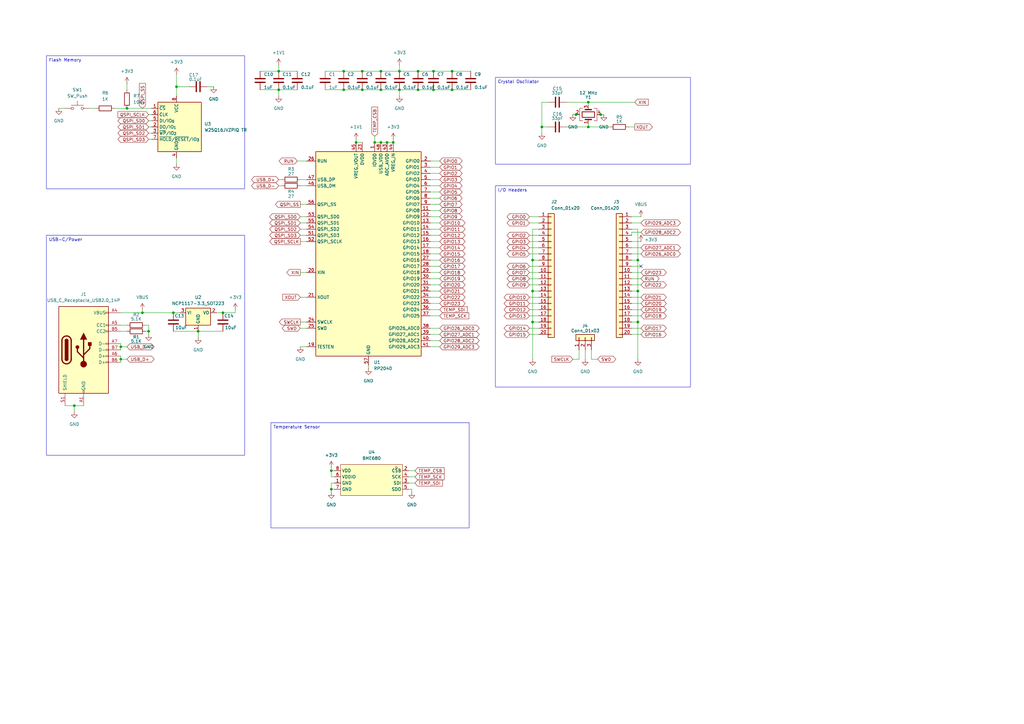
<source format=kicad_sch>
(kicad_sch (version 20250114) (generator "eeschema") (generator_version "9.0")
  (paper "A3")
  (text_box "Flash Memory" (at 19.05 22.86 0) (size 81.28 54.61) (margins 0.9525 0.9525 0.9525 0.9525) (effects (font (size 1.27 1.27)) (justify left top)))
  (text_box "Temperature Sensor\n" (at 111.125 173.355 0) (size 81.28 43.18) (margins 0.9525 0.9525 0.9525 0.9525) (effects (font (size 1.27 1.27)) (justify left top)))
  (text_box "I/O Headers" (at 203.2 76.2 0) (size 80.01 82.55) (margins 0.9525 0.9525 0.9525 0.9525) (effects (font (size 1.27 1.27)) (justify left top)))
  (text_box "Crystal Oscillator" (at 203.2 31.75 0) (size 80.01 35.56) (margins 0.9525 0.9525 0.9525 0.9525) (effects (font (size 1.27 1.27)) (justify left top)))
  (text_box "USB-C/Power\n" (at 19.05 96.52 0) (size 81.28 90.17) (margins 0.9525 0.9525 0.9525 0.9525) (effects (font (size 1.27 1.27)) (justify left top)))
  (junction (at 222.25 52.07))
  (junction (at 114.3 29.21))
  (junction (at 241.3 41.91))
  (junction (at 246.38 46.99))
  (junction (at 140.97 29.21))
  (junction (at 81.28 135.89))
  (junction (at 140.97 36.83))
  (junction (at 156.21 36.83))
  (junction (at 171.45 36.83))
  (junction (at 185.42 29.21))
  (junction (at 148.59 29.21))
  (junction (at 261.62 132.08))
  (junction (at 72.39 35.56))
  (junction (at 158.75 58.42))
  (junction (at 218.44 106.68))
  (junction (at 218.44 132.08))
  (junction (at 261.62 106.68))
  (junction (at 261.62 119.38))
  (junction (at 58.42 128.27))
  (junction (at 60.96 135.89))
  (junction (at 177.8 36.83))
  (junction (at 71.12 128.27))
  (junction (at 163.83 36.83))
  (junction (at 153.67 58.42))
  (junction (at 163.83 29.21))
  (junction (at 177.8 29.21))
  (junction (at 135.89 200.66))
  (junction (at 91.44 128.27))
  (junction (at 114.3 36.83))
  (junction (at 185.42 36.83))
  (junction (at 49.53 142.24))
  (junction (at 156.21 58.42))
  (junction (at 52.07 44.45))
  (junction (at 146.05 58.42))
  (junction (at 30.48 166.37))
  (junction (at 49.53 147.32))
  (junction (at 218.44 119.38))
  (junction (at 135.89 193.04))
  (junction (at 241.3 52.07))
  (junction (at 236.22 46.99))
  (junction (at 171.45 29.21))
  (junction (at 148.59 36.83))
  (junction (at 161.29 58.42))
  (junction (at 156.21 29.21))
  (no_connect (at 262.89 109.22))
  (wire (pts (xy 71.12 128.27) (xy 73.66 128.27)))
  (wire (pts (xy 59.69 133.35) (xy 60.96 133.35)))
  (wire (pts (xy 161.29 57.15) (xy 161.29 58.42)))
  (wire (pts (xy 259.08 132.08) (xy 261.62 132.08)))
  (wire (pts (xy 241.3 41.91) (xy 241.3 43.18)))
  (wire (pts (xy 218.44 119.38) (xy 220.98 119.38)))
  (wire (pts (xy 261.62 93.98) (xy 261.62 106.68)))
  (wire (pts (xy 262.89 116.84) (xy 259.08 116.84)))
  (wire (pts (xy 180.34 76.2) (xy 176.53 76.2)))
  (wire (pts (xy 259.08 88.9) (xy 262.89 88.9)))
  (wire (pts (xy 60.96 54.61) (xy 62.23 54.61)))
  (wire (pts (xy 123.19 132.08) (xy 125.73 132.08)))
  (wire (pts (xy 123.19 91.44) (xy 125.73 91.44)))
  (wire (pts (xy 123.19 96.52) (xy 125.73 96.52)))
  (wire (pts (xy 218.44 93.98) (xy 220.98 93.98)))
  (wire (pts (xy 240.03 143.51) (xy 240.03 147.32)))
  (wire (pts (xy 123.19 121.92) (xy 125.73 121.92)))
  (wire (pts (xy 123.19 93.98) (xy 125.73 93.98)))
  (wire (pts (xy 180.34 78.74) (xy 176.53 78.74)))
  (wire (pts (xy 217.17 129.54) (xy 220.98 129.54)))
  (wire (pts (xy 58.42 127) (xy 58.42 128.27)))
  (wire (pts (xy 49.53 142.24) (xy 49.53 143.51)))
  (wire (pts (xy 133.35 36.83) (xy 140.97 36.83)))
  (wire (pts (xy 163.83 36.83) (xy 163.83 39.37)))
  (wire (pts (xy 237.49 147.32) (xy 234.95 147.32)))
  (wire (pts (xy 246.38 46.99) (xy 247.65 46.99)))
  (wire (pts (xy 180.34 83.82) (xy 176.53 83.82)))
  (wire (pts (xy 140.97 29.21) (xy 148.59 29.21)))
  (wire (pts (xy 180.34 93.98) (xy 176.53 93.98)))
  (wire (pts (xy 146.05 58.42) (xy 148.59 58.42)))
  (wire (pts (xy 49.53 146.05) (xy 49.53 147.32)))
  (wire (pts (xy 257.81 52.07) (xy 260.35 52.07)))
  (wire (pts (xy 237.49 143.51) (xy 237.49 147.32)))
  (wire (pts (xy 262.89 137.16) (xy 259.08 137.16)))
  (wire (pts (xy 180.34 96.52) (xy 176.53 96.52)))
  (wire (pts (xy 49.53 140.97) (xy 49.53 142.24)))
  (wire (pts (xy 217.17 114.3) (xy 220.98 114.3)))
  (wire (pts (xy 123.19 134.62) (xy 125.73 134.62)))
  (wire (pts (xy 176.53 139.7) (xy 180.34 139.7)))
  (wire (pts (xy 218.44 132.08) (xy 218.44 147.32)))
  (wire (pts (xy 156.21 58.42) (xy 158.75 58.42)))
  (wire (pts (xy 81.28 135.89) (xy 81.28 138.43)))
  (wire (pts (xy 114.3 73.66) (xy 115.57 73.66)))
  (wire (pts (xy 176.53 119.38) (xy 180.34 119.38)))
  (wire (pts (xy 163.83 29.21) (xy 171.45 29.21)))
  (wire (pts (xy 180.34 71.12) (xy 176.53 71.12)))
  (wire (pts (xy 153.67 55.88) (xy 153.67 58.42)))
  (wire (pts (xy 262.89 127) (xy 259.08 127)))
  (wire (pts (xy 135.89 201.93) (xy 135.89 200.66)))
  (wire (pts (xy 176.53 134.62) (xy 180.34 134.62)))
  (wire (pts (xy 52.07 147.32) (xy 49.53 147.32)))
  (wire (pts (xy 176.53 106.68) (xy 180.34 106.68)))
  (wire (pts (xy 52.07 135.89) (xy 49.53 135.89)))
  (wire (pts (xy 176.53 121.92) (xy 180.34 121.92)))
  (wire (pts (xy 156.21 36.83) (xy 163.83 36.83)))
  (wire (pts (xy 232.41 41.91) (xy 241.3 41.91)))
  (wire (pts (xy 137.16 195.58) (xy 135.89 195.58)))
  (wire (pts (xy 168.91 200.66) (xy 167.64 200.66)))
  (wire (pts (xy 241.3 50.8) (xy 241.3 52.07)))
  (wire (pts (xy 106.68 36.83) (xy 114.3 36.83)))
  (wire (pts (xy 171.45 36.83) (xy 177.8 36.83)))
  (wire (pts (xy 222.25 52.07) (xy 224.79 52.07)))
  (wire (pts (xy 167.64 193.04) (xy 170.18 193.04)))
  (wire (pts (xy 72.39 35.56) (xy 72.39 39.37)))
  (wire (pts (xy 58.42 128.27) (xy 71.12 128.27)))
  (wire (pts (xy 176.53 124.46) (xy 180.34 124.46)))
  (wire (pts (xy 146.05 57.15) (xy 146.05 58.42)))
  (wire (pts (xy 262.89 121.92) (xy 259.08 121.92)))
  (wire (pts (xy 91.44 128.27) (xy 88.9 128.27)))
  (wire (pts (xy 114.3 36.83) (xy 114.3 39.37)))
  (wire (pts (xy 262.89 124.46) (xy 259.08 124.46)))
  (wire (pts (xy 170.18 195.58) (xy 167.64 195.58)))
  (wire (pts (xy 60.96 135.89) (xy 60.96 137.16)))
  (wire (pts (xy 156.21 29.21) (xy 163.83 29.21)))
  (wire (pts (xy 153.67 58.42) (xy 156.21 58.42)))
  (wire (pts (xy 185.42 36.83) (xy 193.04 36.83)))
  (wire (pts (xy 224.79 41.91) (xy 222.25 41.91)))
  (wire (pts (xy 222.25 52.07) (xy 222.25 54.61)))
  (wire (pts (xy 135.89 200.66) (xy 135.89 198.12)))
  (wire (pts (xy 52.07 142.24) (xy 49.53 142.24)))
  (wire (pts (xy 163.83 26.67) (xy 163.83 29.21)))
  (wire (pts (xy 259.08 119.38) (xy 261.62 119.38)))
  (wire (pts (xy 52.07 34.29) (xy 52.07 36.83)))
  (wire (pts (xy 158.75 58.42) (xy 161.29 58.42)))
  (wire (pts (xy 30.48 166.37) (xy 34.29 166.37)))
  (wire (pts (xy 236.22 46.99) (xy 237.49 46.99)))
  (wire (pts (xy 176.53 114.3) (xy 180.34 114.3)))
  (wire (pts (xy 241.3 52.07) (xy 250.19 52.07)))
  (wire (pts (xy 60.96 52.07) (xy 62.23 52.07)))
  (wire (pts (xy 168.91 201.93) (xy 168.91 200.66)))
  (wire (pts (xy 259.08 114.3) (xy 262.89 114.3)))
  (wire (pts (xy 217.17 91.44) (xy 220.98 91.44)))
  (wire (pts (xy 135.89 195.58) (xy 135.89 193.04)))
  (wire (pts (xy 96.52 127) (xy 96.52 128.27)))
  (wire (pts (xy 106.68 29.21) (xy 114.3 29.21)))
  (wire (pts (xy 135.89 191.77) (xy 135.89 193.04)))
  (wire (pts (xy 217.17 134.62) (xy 220.98 134.62)))
  (wire (pts (xy 259.08 101.6) (xy 262.89 101.6)))
  (wire (pts (xy 232.41 52.07) (xy 241.3 52.07)))
  (wire (pts (xy 71.12 135.89) (xy 81.28 135.89)))
  (wire (pts (xy 217.17 121.92) (xy 220.98 121.92)))
  (wire (pts (xy 259.08 95.25) (xy 259.08 96.52)))
  (wire (pts (xy 72.39 30.48) (xy 72.39 35.56)))
  (wire (pts (xy 222.25 41.91) (xy 222.25 52.07)))
  (wire (pts (xy 261.62 106.68) (xy 261.62 119.38)))
  (wire (pts (xy 52.07 44.45) (xy 62.23 44.45)))
  (wire (pts (xy 180.34 66.04) (xy 176.53 66.04)))
  (wire (pts (xy 49.53 147.32) (xy 49.53 148.59)))
  (wire (pts (xy 259.08 99.06) (xy 262.89 99.06)))
  (wire (pts (xy 217.17 116.84) (xy 220.98 116.84)))
  (wire (pts (xy 121.92 66.04) (xy 125.73 66.04)))
  (wire (pts (xy 217.17 137.16) (xy 220.98 137.16)))
  (wire (pts (xy 217.17 109.22) (xy 220.98 109.22)))
  (wire (pts (xy 180.34 81.28) (xy 176.53 81.28)))
  (wire (pts (xy 60.96 49.53) (xy 62.23 49.53)))
  (wire (pts (xy 217.17 101.6) (xy 220.98 101.6)))
  (wire (pts (xy 217.17 99.06) (xy 220.98 99.06)))
  (wire (pts (xy 176.53 116.84) (xy 180.34 116.84)))
  (wire (pts (xy 26.67 166.37) (xy 30.48 166.37)))
  (wire (pts (xy 176.53 129.54) (xy 180.34 129.54)))
  (wire (pts (xy 234.95 46.99) (xy 236.22 46.99)))
  (wire (pts (xy 176.53 127) (xy 180.34 127)))
  (wire (pts (xy 180.34 68.58) (xy 176.53 68.58)))
  (wire (pts (xy 60.96 133.35) (xy 60.96 135.89)))
  (wire (pts (xy 217.17 96.52) (xy 220.98 96.52)))
  (wire (pts (xy 140.97 36.83) (xy 148.59 36.83)))
  (wire (pts (xy 123.19 142.24) (xy 125.73 142.24)))
  (wire (pts (xy 72.39 35.56) (xy 77.47 35.56)))
  (wire (pts (xy 242.57 147.32) (xy 242.57 143.51)))
  (wire (pts (xy 259.08 106.68) (xy 261.62 106.68)))
  (wire (pts (xy 81.28 135.89) (xy 91.44 135.89)))
  (wire (pts (xy 218.44 93.98) (xy 218.44 106.68)))
  (wire (pts (xy 176.53 109.22) (xy 180.34 109.22)))
  (wire (pts (xy 133.35 29.21) (xy 140.97 29.21)))
  (wire (pts (xy 245.11 147.32) (xy 242.57 147.32)))
  (wire (pts (xy 135.89 200.66) (xy 137.16 200.66)))
  (wire (pts (xy 177.8 36.83) (xy 185.42 36.83)))
  (wire (pts (xy 163.83 36.83) (xy 171.45 36.83)))
  (wire (pts (xy 259.08 91.44) (xy 262.89 91.44)))
  (wire (pts (xy 176.53 111.76) (xy 180.34 111.76)))
  (wire (pts (xy 259.08 93.98) (xy 261.62 93.98)))
  (wire (pts (xy 218.44 106.68) (xy 218.44 119.38)))
  (wire (pts (xy 36.83 44.45) (xy 39.37 44.45)))
  (wire (pts (xy 148.59 29.21) (xy 156.21 29.21)))
  (wire (pts (xy 262.89 104.14) (xy 259.08 104.14)))
  (wire (pts (xy 176.53 104.14) (xy 180.34 104.14)))
  (wire (pts (xy 217.17 111.76) (xy 220.98 111.76)))
  (wire (pts (xy 177.8 29.21) (xy 185.42 29.21)))
  (wire (pts (xy 123.19 83.82) (xy 125.73 83.82)))
  (wire (pts (xy 217.17 104.14) (xy 220.98 104.14)))
  (wire (pts (xy 180.34 86.36) (xy 176.53 86.36)))
  (wire (pts (xy 262.89 111.76) (xy 259.08 111.76)))
  (wire (pts (xy 176.53 142.24) (xy 180.34 142.24)))
  (wire (pts (xy 114.3 76.2) (xy 115.57 76.2)))
  (wire (pts (xy 241.3 41.91) (xy 260.35 41.91)))
  (wire (pts (xy 60.96 57.15) (xy 62.23 57.15)))
  (wire (pts (xy 148.59 36.83) (xy 156.21 36.83)))
  (wire (pts (xy 114.3 36.83) (xy 121.92 36.83)))
  (wire (pts (xy 24.13 44.45) (xy 26.67 44.45)))
  (wire (pts (xy 123.19 99.06) (xy 125.73 99.06)))
  (wire (pts (xy 46.99 44.45) (xy 52.07 44.45)))
  (wire (pts (xy 261.62 132.08) (xy 261.62 147.32)))
  (wire (pts (xy 135.89 193.04) (xy 137.16 193.04)))
  (wire (pts (xy 185.42 29.21) (xy 193.04 29.21)))
  (wire (pts (xy 123.19 73.66) (xy 125.73 73.66)))
  (wire (pts (xy 85.09 35.56) (xy 87.63 35.56)))
  (wire (pts (xy 96.52 128.27) (xy 91.44 128.27)))
  (wire (pts (xy 180.34 101.6) (xy 176.53 101.6)))
  (wire (pts (xy 123.19 88.9) (xy 125.73 88.9)))
  (wire (pts (xy 218.44 106.68) (xy 220.98 106.68)))
  (wire (pts (xy 72.39 64.77) (xy 72.39 67.31)))
  (wire (pts (xy 30.48 166.37) (xy 30.48 168.91)))
  (wire (pts (xy 114.3 29.21) (xy 121.92 29.21)))
  (wire (pts (xy 180.34 99.06) (xy 176.53 99.06)))
  (wire (pts (xy 217.17 88.9) (xy 220.98 88.9)))
  (wire (pts (xy 180.34 91.44) (xy 176.53 91.44)))
  (wire (pts (xy 123.19 76.2) (xy 125.73 76.2)))
  (wire (pts (xy 171.45 29.21) (xy 177.8 29.21)))
  (wire (pts (xy 180.34 88.9) (xy 176.53 88.9)))
  (wire (pts (xy 60.96 135.89) (xy 59.69 135.89)))
  (wire (pts (xy 218.44 132.08) (xy 220.98 132.08)))
  (wire (pts (xy 176.53 137.16) (xy 180.34 137.16)))
  (wire (pts (xy 167.64 198.12) (xy 170.18 198.12)))
  (wire (pts (xy 262.89 109.22) (xy 259.08 109.22)))
  (wire (pts (xy 151.13 149.86) (xy 151.13 151.13)))
  (wire (pts (xy 52.07 133.35) (xy 49.53 133.35)))
  (wire (pts (xy 261.62 119.38) (xy 261.62 132.08)))
  (wire (pts (xy 262.89 95.25) (xy 259.08 95.25)))
  (wire (pts (xy 245.11 46.99) (xy 246.38 46.99)))
  (wire (pts (xy 218.44 119.38) (xy 218.44 132.08)))
  (wire (pts (xy 114.3 26.67) (xy 114.3 29.21)))
  (wire (pts (xy 180.34 73.66) (xy 176.53 73.66)))
  (wire (pts (xy 217.17 127) (xy 220.98 127)))
  (wire (pts (xy 135.89 198.12) (xy 137.16 198.12)))
  (wire (pts (xy 262.89 134.62) (xy 259.08 134.62)))
  (wire (pts (xy 60.96 46.99) (xy 62.23 46.99)))
  (wire (pts (xy 262.89 129.54) (xy 259.08 129.54)))
  (wire (pts (xy 123.19 111.76) (xy 125.73 111.76)))
  (wire (pts (xy 217.17 124.46) (xy 220.98 124.46)))
  (wire (pts (xy 49.53 128.27) (xy 58.42 128.27)))
  (global_label "GPIO10" (shape bidirectional) (at 217.17 121.92 180) (property "Intersheetrefs" "${INTERSHEET_REFS}" (effects (hide yes))))
  (global_label "GPIO18" (shape bidirectional) (at 180.34 111.76 0) (property "Intersheetrefs" "${INTERSHEET_REFS}" (effects (hide yes))))
  (global_label "GPIO20" (shape bidirectional) (at 180.34 116.84 0) (property "Intersheetrefs" "${INTERSHEET_REFS}" (effects (hide yes))))
  (global_label "GPIO20" (shape bidirectional) (at 262.89 124.46 0) (property "Intersheetrefs" "${INTERSHEET_REFS}" (effects (hide yes))))
  (global_label "GPIO26_ADC0" (shape bidirectional) (at 180.34 134.62 0) (property "Intersheetrefs" "${INTERSHEET_REFS}" (effects (hide yes))))
  (global_label "GPIO22" (shape bidirectional) (at 180.34 121.92 0) (property "Intersheetrefs" "${INTERSHEET_REFS}" (effects (hide yes))))
  (global_label "GPIO23" (shape bidirectional) (at 180.34 124.46 0) (property "Intersheetrefs" "${INTERSHEET_REFS}" (effects (hide yes))))
  (global_label "GPIO5" (shape bidirectional) (at 180.34 78.74 0) (property "Intersheetrefs" "${INTERSHEET_REFS}" (effects (hide yes))))
  (global_label "GPIO2" (shape bidirectional) (at 217.17 96.52 180) (property "Intersheetrefs" "${INTERSHEET_REFS}" (effects (hide yes))))
  (global_label "GPIO26_ADC0" (shape bidirectional) (at 262.89 104.14 0) (property "Intersheetrefs" "${INTERSHEET_REFS}" (effects (hide yes))))
  (global_label "TEMP_SDI" (shape input) (at 180.34 127 0) (property "Intersheetrefs" "${INTERSHEET_REFS}" (effects (hide yes))))
  (global_label "TEMP_CSB" (shape input) (at 153.67 55.88 90) (property "Intersheetrefs" "${INTERSHEET_REFS}" (effects (hide yes))))
  (global_label "GPIO11" (shape bidirectional) (at 180.34 93.98 0) (property "Intersheetrefs" "${INTERSHEET_REFS}" (effects (hide yes))))
  (global_label "QSPI_SD1" (shape bidirectional) (at 123.19 91.44 180) (property "Intersheetrefs" "${INTERSHEET_REFS}" (effects (hide yes))))
  (global_label "GPIO1" (shape bidirectional) (at 180.34 68.58 0) (property "Intersheetrefs" "${INTERSHEET_REFS}" (effects (hide yes))))
  (global_label "GPIO3" (shape bidirectional) (at 217.17 99.06 180) (property "Intersheetrefs" "${INTERSHEET_REFS}" (effects (hide yes))))
  (global_label "USB_D-" (shape bidirectional) (at 114.3 76.2 180) (property "Intersheetrefs" "${INTERSHEET_REFS}" (effects (hide yes))))
  (global_label "GPIO16" (shape bidirectional) (at 262.89 137.16 0) (property "Intersheetrefs" "${INTERSHEET_REFS}" (effects (hide yes))))
  (global_label "SWCLK" (shape input) (at 234.95 147.32 180) (property "Intersheetrefs" "${INTERSHEET_REFS}" (effects (hide yes))))
  (global_label "GPIO21" (shape bidirectional) (at 180.34 119.38 0) (property "Intersheetrefs" "${INTERSHEET_REFS}" (effects (hide yes))))
  (global_label "GPIO12" (shape bidirectional) (at 217.17 127 180) (property "Intersheetrefs" "${INTERSHEET_REFS}" (effects (hide yes))))
  (global_label "GPIO19" (shape bidirectional) (at 262.89 127 0) (property "Intersheetrefs" "${INTERSHEET_REFS}" (effects (hide yes))))
  (global_label "GPIO7" (shape bidirectional) (at 217.17 111.76 180) (property "Intersheetrefs" "${INTERSHEET_REFS}" (effects (hide yes))))
  (global_label "GPIO10" (shape bidirectional) (at 180.34 91.44 0) (property "Intersheetrefs" "${INTERSHEET_REFS}" (effects (hide yes))))
  (global_label "GPIO8" (shape bidirectional) (at 180.34 86.36 0) (property "Intersheetrefs" "${INTERSHEET_REFS}" (effects (hide yes))))
  (global_label "QSPI_SD2" (shape bidirectional) (at 123.19 93.98 180) (property "Intersheetrefs" "${INTERSHEET_REFS}" (effects (hide yes))))
  (global_label "SWD" (shape bidirectional) (at 123.19 134.62 180) (property "Intersheetrefs" "${INTERSHEET_REFS}" (effects (hide yes))))
  (global_label "GPIO23" (shape bidirectional) (at 262.89 111.76 0) (property "Intersheetrefs" "${INTERSHEET_REFS}" (effects (hide yes))))
  (global_label "GPIO15" (shape bidirectional) (at 180.34 104.14 0) (property "Intersheetrefs" "${INTERSHEET_REFS}" (effects (hide yes))))
  (global_label "GPIO28_ADC2" (shape bidirectional) (at 262.89 95.25 0) (property "Intersheetrefs" "${INTERSHEET_REFS}" (effects (hide yes))))
  (global_label "TEMP_SDI" (shape input) (at 170.18 198.12 0) (property "Intersheetrefs" "${INTERSHEET_REFS}" (effects (hide yes))))
  (global_label "USB_D+" (shape bidirectional) (at 114.3 73.66 180) (property "Intersheetrefs" "${INTERSHEET_REFS}" (effects (hide yes))))
  (global_label "GPIO14" (shape bidirectional) (at 217.17 134.62 180) (property "Intersheetrefs" "${INTERSHEET_REFS}" (effects (hide yes))))
  (global_label "TEMP_SCK" (shape input) (at 180.34 129.54 0) (property "Intersheetrefs" "${INTERSHEET_REFS}" (effects (hide yes))))
  (global_label "GPIO29_ADC3" (shape bidirectional) (at 180.34 142.24 0) (property "Intersheetrefs" "${INTERSHEET_REFS}" (effects (hide yes))))
  (global_label "QSPI_SCLK" (shape input) (at 60.96 46.99 180) (property "Intersheetrefs" "${INTERSHEET_REFS}" (effects (hide yes))))
  (global_label "GPIO6" (shape bidirectional) (at 217.17 109.22 180) (property "Intersheetrefs" "${INTERSHEET_REFS}" (effects (hide yes))))
  (global_label "GPIO4" (shape bidirectional) (at 217.17 101.6 180) (property "Intersheetrefs" "${INTERSHEET_REFS}" (effects (hide yes))))
  (global_label "GPIO5" (shape bidirectional) (at 217.17 104.14 180) (property "Intersheetrefs" "${INTERSHEET_REFS}" (effects (hide yes))))
  (global_label "GPIO8" (shape bidirectional) (at 217.17 114.3 180) (property "Intersheetrefs" "${INTERSHEET_REFS}" (effects (hide yes))))
  (global_label "GPIO6" (shape bidirectional) (at 180.34 81.28 0) (property "Intersheetrefs" "${INTERSHEET_REFS}" (effects (hide yes))))
  (global_label "QSPI_SD0" (shape bidirectional) (at 123.19 88.9 180) (property "Intersheetrefs" "${INTERSHEET_REFS}" (effects (hide yes))))
  (global_label "GPIO1" (shape bidirectional) (at 217.17 91.44 180) (property "Intersheetrefs" "${INTERSHEET_REFS}" (effects (hide yes))))
  (global_label "GPIO9" (shape bidirectional) (at 180.34 88.9 0) (property "Intersheetrefs" "${INTERSHEET_REFS}" (effects (hide yes))))
  (global_label "XIN" (shape output) (at 123.19 111.76 180) (property "Intersheetrefs" "${INTERSHEET_REFS}" (effects (hide yes))))
  (global_label "SWCLK" (shape output) (at 123.19 132.08 180) (property "Intersheetrefs" "${INTERSHEET_REFS}" (effects (hide yes))))
  (global_label "QSPI_SCLK" (shape output) (at 123.19 99.06 180) (property "Intersheetrefs" "${INTERSHEET_REFS}" (effects (hide yes))))
  (global_label "GPIO29_ADC3" (shape bidirectional) (at 262.89 91.44 0) (property "Intersheetrefs" "${INTERSHEET_REFS}" (effects (hide yes))))
  (global_label "QSPI_SD2" (shape bidirectional) (at 60.96 54.61 180) (property "Intersheetrefs" "${INTERSHEET_REFS}" (effects (hide yes))))
  (global_label "GPIO12" (shape bidirectional) (at 180.34 96.52 0) (property "Intersheetrefs" "${INTERSHEET_REFS}" (effects (hide yes))))
  (global_label "QSPI_SS" (shape input) (at 58.42 44.45 90) (property "Intersheetrefs" "${INTERSHEET_REFS}" (effects (hide yes))))
  (global_label "QSPI_SD3" (shape bidirectional) (at 60.96 57.15 180) (property "Intersheetrefs" "${INTERSHEET_REFS}" (effects (hide yes))))
  (global_label "QSPI_SD3" (shape bidirectional) (at 123.19 96.52 180) (property "Intersheetrefs" "${INTERSHEET_REFS}" (effects (hide yes))))
  (global_label "QSPI_SD0" (shape bidirectional) (at 60.96 49.53 180) (property "Intersheetrefs" "${INTERSHEET_REFS}" (effects (hide yes))))
  (global_label "XOUT" (shape input) (at 123.19 121.92 180) (property "Intersheetrefs" "${INTERSHEET_REFS}" (effects (hide yes))))
  (global_label "GPIO15" (shape bidirectional) (at 217.17 137.16 180) (property "Intersheetrefs" "${INTERSHEET_REFS}" (effects (hide yes))))
  (global_label "QSPI_SS" (shape output) (at 123.19 83.82 180) (property "Intersheetrefs" "${INTERSHEET_REFS}" (effects (hide yes))))
  (global_label "GPIO13" (shape bidirectional) (at 217.17 129.54 180) (property "Intersheetrefs" "${INTERSHEET_REFS}" (effects (hide yes))))
  (global_label "GPIO4" (shape bidirectional) (at 180.34 76.2 0) (property "Intersheetrefs" "${INTERSHEET_REFS}" (effects (hide yes))))
  (global_label "GPIO9" (shape bidirectional) (at 217.17 116.84 180) (property "Intersheetrefs" "${INTERSHEET_REFS}" (effects (hide yes))))
  (global_label "GPIO22" (shape bidirectional) (at 262.89 116.84 0) (property "Intersheetrefs" "${INTERSHEET_REFS}" (effects (hide yes))))
  (global_label "GPIO16" (shape bidirectional) (at 180.34 106.68 0) (property "Intersheetrefs" "${INTERSHEET_REFS}" (effects (hide yes))))
  (global_label "GPIO0" (shape bidirectional) (at 180.34 66.04 0) (property "Intersheetrefs" "${INTERSHEET_REFS}" (effects (hide yes))))
  (global_label "RUN" (shape bidirectional) (at 262.89 114.3 0) (property "Intersheetrefs" "${INTERSHEET_REFS}" (effects (hide yes))))
  (global_label "GPIO17" (shape bidirectional) (at 262.89 134.62 0) (property "Intersheetrefs" "${INTERSHEET_REFS}" (effects (hide yes))))
  (global_label "GPIO3" (shape bidirectional) (at 180.34 73.66 0) (property "Intersheetrefs" "${INTERSHEET_REFS}" (effects (hide yes))))
  (global_label "GPIO21" (shape bidirectional) (at 262.89 121.92 0) (property "Intersheetrefs" "${INTERSHEET_REFS}" (effects (hide yes))))
  (global_label "GPIO2" (shape bidirectional) (at 180.34 71.12 0) (property "Intersheetrefs" "${INTERSHEET_REFS}" (effects (hide yes))))
  (global_label "GPIO18" (shape bidirectional) (at 262.89 129.54 0) (property "Intersheetrefs" "${INTERSHEET_REFS}" (effects (hide yes))))
  (global_label "GPIO11" (shape bidirectional) (at 217.17 124.46 180) (property "Intersheetrefs" "${INTERSHEET_REFS}" (effects (hide yes))))
  (global_label "GPIO27_ADC1" (shape bidirectional) (at 180.34 137.16 0) (property "Intersheetrefs" "${INTERSHEET_REFS}" (effects (hide yes))))
  (global_label "USB_D-" (shape bidirectional) (at 52.07 142.24 0) (property "Intersheetrefs" "${INTERSHEET_REFS}" (effects (hide yes))))
  (global_label "TEMP_SCK" (shape input) (at 170.18 195.58 0) (property "Intersheetrefs" "${INTERSHEET_REFS}" (effects (hide yes))))
  (global_label "XIN" (shape input) (at 260.35 41.91 0) (property "Intersheetrefs" "${INTERSHEET_REFS}" (effects (hide yes))))
  (global_label "RUN" (shape bidirectional) (at 121.92 66.04 180) (property "Intersheetrefs" "${INTERSHEET_REFS}" (effects (hide yes))))
  (global_label "SWD" (shape bidirectional) (at 245.11 147.32 0) (property "Intersheetrefs" "${INTERSHEET_REFS}" (effects (hide yes))))
  (global_label "GPIO7" (shape bidirectional) (at 180.34 83.82 0) (property "Intersheetrefs" "${INTERSHEET_REFS}" (effects (hide yes))))
  (global_label "GPIO19" (shape bidirectional) (at 180.34 114.3 0) (property "Intersheetrefs" "${INTERSHEET_REFS}" (effects (hide yes))))
  (global_label "GPIO28_ADC2" (shape bidirectional) (at 180.34 139.7 0) (property "Intersheetrefs" "${INTERSHEET_REFS}" (effects (hide yes))))
  (global_label "TEMP_CSB" (shape input) (at 170.18 193.04 0) (property "Intersheetrefs" "${INTERSHEET_REFS}" (effects (hide yes))))
  (global_label "GPIO14" (shape bidirectional) (at 180.34 101.6 0) (property "Intersheetrefs" "${INTERSHEET_REFS}" (effects (hide yes))))
  (global_label "GPIO27_ADC1" (shape bidirectional) (at 262.89 101.6 0) (property "Intersheetrefs" "${INTERSHEET_REFS}" (effects (hide yes))))
  (global_label "GPIO0" (shape bidirectional) (at 217.17 88.9 180) (property "Intersheetrefs" "${INTERSHEET_REFS}" (effects (hide yes))))
  (global_label "XOUT" (shape output) (at 260.35 52.07 0) (property "Intersheetrefs" "${INTERSHEET_REFS}" (effects (hide yes))))
  (global_label "GPIO17" (shape bidirectional) (at 180.34 109.22 0) (property "Intersheetrefs" "${INTERSHEET_REFS}" (effects (hide yes))))
  (global_label "GPIO13" (shape bidirectional) (at 180.34 99.06 0) (property "Intersheetrefs" "${INTERSHEET_REFS}" (effects (hide yes))))
  (global_label "QSPI_SD1" (shape bidirectional) (at 60.96 52.07 180) (property "Intersheetrefs" "${INTERSHEET_REFS}" (effects (hide yes))))
  (global_label "USB_D+" (shape bidirectional) (at 52.07 147.32 0) (property "Intersheetrefs" "${INTERSHEET_REFS}" (effects (hide yes))))
  (symbol (lib_id "power:GND") (at 81.28 138.43 0) (unit 1)
    (property "Reference" "#PWR010" (effects (hide yes)))
    (property "Value" "GND" (at 81.28 143.51 0))
    (property "Description" "Power symbol creates a global label with name \"GND\" , ground" (effects (hide yes)))
  )
  (symbol (lib_id "Connector:USB_C_Receptacle_USB2.0_14P") (at 34.29 143.51 0) (unit 1)
    (property "Reference" "J1" (at 34.29 120.65 0))
    (property "Value" "USB_C_Receptacle_USB2.0_14P" (at 34.29 123.19 0))
    (property "Footprint" "Connector_USB:USB_C_Receptacle_HRO_TYPE-C-31-M-12" (effects (hide yes)))
    (property "Datasheet" "https://www.usb.org/sites/default/files/documents/usb_type-c.zip" (effects (hide yes)))
    (property "Description" "USB 2.0-only 14P Type-C Receptacle connector" (effects (hide yes)))
  )
  (symbol (lib_id "power:+3V3") (at 161.29 57.15 0) (unit 1)
    (property "Reference" "#PWR02" (effects (hide yes)))
    (property "Value" "+3V3" (at 161.29 52.07 0))
    (property "Description" "Power symbol creates a global label with name \"+3V3\"" (effects (hide yes)))
  )
  (symbol (lib_id "power:GND") (at 151.13 151.13 0) (unit 1)
    (property "Reference" "#PWR07" (effects (hide yes)))
    (property "Value" "GND" (at 151.13 156.21 0))
    (property "Description" "Power symbol creates a global label with name \"GND\" , ground" (effects (hide yes)))
  )
  (symbol (lib_id "power:+3V3") (at 96.52 127 0) (unit 1)
    (property "Reference" "#PWR012" (effects (hide yes)))
    (property "Value" "+3V3" (at 96.52 121.92 0))
    (property "Description" "Power symbol creates a global label with name \"+3V3\"" (effects (hide yes)))
  )
  (symbol (lib_id "power:GND") (at 87.63 35.56 0) (unit 1)
    (property "Reference" "#PWR018" (effects (hide yes)))
    (property "Value" "GND" (at 87.63 40.64 0))
    (property "Description" "Power symbol creates a global label with name \"GND\" , ground" (effects (hide yes)))
  )
  (symbol (lib_id "Device:R") (at 43.18 44.45 270) (unit 1)
    (property "Reference" "R6" (at 43.18 38.1 90))
    (property "Value" "1K" (at 43.18 40.64 90))
    (property "Footprint" "Resistor_SMD:R_0402_1005Metric" (effects (hide yes)))
    (property "Description" "Resistor" (effects (hide yes)))
  )
  (symbol (lib_id "Regulator_Linear:NCP1117-3.3_SOT223") (at 81.28 128.27 0) (unit 1)
    (property "Reference" "U2" (at 81.28 121.92 0))
    (property "Value" "NCP1117-3.3_SOT223" (at 81.28 124.46 0))
    (property "Footprint" "Package_TO_SOT_SMD:SOT-23" (effects (hide yes)))
    (property "Datasheet" "http://www.onsemi.com/pub_link/Collateral/NCP1117-D.PDF" (effects (hide yes)))
    (property "Description" "1A Low drop-out regulator, Fixed Output 3.3V, SOT-223" (effects (hide yes)))
  )
  (symbol (lib_id "Device:C") (at 133.35 33.02 0) (unit 1)
    (property "Reference" "C1" (at 134.874 30.48 0) (effects (justify left)))
    (property "Value" "1uF" (at 134.874 35.814 0) (effects (justify left)))
    (property "Footprint" "Capacitor_SMD:C_0402_1005Metric" (effects (hide yes)))
    (property "Description" "Unpolarized capacitor" (effects (hide yes)))
  )
  (symbol (lib_id "Device:C") (at 106.68 33.02 0) (unit 1)
    (property "Reference" "C10" (at 108.204 30.48 0) (effects (justify left)))
    (property "Value" "1uF" (at 108.204 35.814 0) (effects (justify left)))
    (property "Footprint" "Capacitor_SMD:C_0402_1005Metric" (effects (hide yes)))
    (property "Description" "Unpolarized capacitor" (effects (hide yes)))
  )
  (symbol (lib_id "power:+1V1") (at 146.05 57.15 0) (unit 1)
    (property "Reference" "#PWR01" (effects (hide yes)))
    (property "Value" "+1V1" (at 146.05 52.07 0))
    (property "Description" "Power symbol creates a global label with name \"+1V1\"" (effects (hide yes)))
  )
  (symbol (lib_id "Device:C") (at 91.44 132.08 0) (unit 1)
    (property "Reference" "C14" (at 91.948 129.54 0) (effects (justify left)))
    (property "Value" "10uF" (at 92.202 134.366 0) (effects (justify left)))
    (property "Footprint" "Capacitor_SMD:C_0603_1608Metric" (effects (hide yes)))
    (property "Description" "Unpolarized capacitor" (effects (hide yes)))
  )
  (symbol (lib_id "Device:C") (at 148.59 33.02 0) (unit 1)
    (property "Reference" "C3" (at 150.114 30.48 0) (effects (justify left)))
    (property "Value" "0.1uF" (at 150.114 35.814 0) (effects (justify left)))
    (property "Footprint" "Capacitor_SMD:C_0402_1005Metric" (effects (hide yes)))
    (property "Description" "Unpolarized capacitor" (effects (hide yes)))
  )
  (symbol (lib_id "Device:C") (at 193.04 33.02 0) (unit 1)
    (property "Reference" "C9" (at 194.564 30.48 0) (effects (justify left)))
    (property "Value" "0.1uF" (at 194.564 35.814 0) (effects (justify left)))
    (property "Footprint" "Capacitor_SMD:C_0402_1005Metric" (effects (hide yes)))
    (property "Description" "Unpolarized capacitor" (effects (hide yes)))
  )
  (symbol (lib_id "Connector_Generic:Conn_01x03") (at 240.03 138.43 90) (unit 1)
    (property "Reference" "J4" (at 238.76 133.604 90) (effects (justify right)))
    (property "Value" "Conn_01x03" (at 234.188 135.636 90) (effects (justify right)))
    (property "Footprint" "Connector_PinHeader_2.54mm:PinHeader_1x03_P2.54mm_Vertical" (effects (hide yes)))
    (property "Description" "Generic connector, single row, 01x03, script generated (kicad-library-utils/schlib/autogen/connector/)" (effects (hide yes)))
  )
  (symbol (lib_id "Device:C") (at 228.6 41.91 270) (unit 1)
    (property "Reference" "C15" (at 228.6 36.322 90))
    (property "Value" "33pF" (at 228.6 38.1 90))
    (property "Footprint" "Capacitor_SMD:C_0402_1005Metric" (effects (hide yes)))
    (property "Description" "Unpolarized capacitor" (effects (hide yes)))
  )
  (symbol (lib_id "power:+1V1") (at 114.3 26.67 0) (unit 1)
    (property "Reference" "#PWR05" (effects (hide yes)))
    (property "Value" "+1V1" (at 114.3 21.59 0))
    (property "Description" "Power symbol creates a global label with name \"+1V1\"" (effects (hide yes)))
  )
  (symbol (lib_id "Device:C") (at 228.6 52.07 270) (unit 1)
    (property "Reference" "C16" (at 228.6 46.736 90))
    (property "Value" "33pF" (at 228.6 48.514 90))
    (property "Footprint" "Capacitor_SMD:C_0402_1005Metric" (effects (hide yes)))
    (property "Description" "Unpolarized capacitor" (effects (hide yes)))
  )
  (symbol (lib_id "Device:R") (at 55.88 135.89 270) (unit 1)
    (property "Reference" "R1" (at 55.88 138.176 90))
    (property "Value" "5.1K" (at 55.88 139.954 90))
    (property "Footprint" "Resistor_SMD:R_0402_1005Metric" (effects (hide yes)))
    (property "Description" "Resistor" (effects (hide yes)))
  )
  (symbol (lib_id "Device:C") (at 121.92 33.02 0) (unit 1)
    (property "Reference" "C12" (at 123.444 30.48 0) (effects (justify left)))
    (property "Value" "0.1uF" (at 123.444 35.814 0) (effects (justify left)))
    (property "Footprint" "Capacitor_SMD:C_0402_1005Metric" (effects (hide yes)))
    (property "Description" "Unpolarized capacitor" (effects (hide yes)))
  )
  (symbol (lib_id "power:+3V3") (at 72.39 30.48 0) (unit 1)
    (property "Reference" "#PWR017" (effects (hide yes)))
    (property "Value" "+3V3" (at 72.39 25.4 0))
    (property "Description" "Power symbol creates a global label with name \"+3V3\"" (effects (hide yes)))
  )
  (symbol (lib_id "power:GND") (at 60.96 137.16 0) (unit 1)
    (property "Reference" "#PWR09" (effects (hide yes)))
    (property "Value" "GND" (at 60.96 142.24 0))
    (property "Description" "Power symbol creates a global label with name \"GND\" , ground" (effects (hide yes)))
  )
  (symbol (lib_id "Device:C") (at 71.12 132.08 0) (unit 1)
    (property "Reference" "C13" (at 71.628 129.54 0) (effects (justify left)))
    (property "Value" "10uF" (at 71.882 134.366 0) (effects (justify left)))
    (property "Footprint" "Capacitor_SMD:C_0603_1608Metric" (effects (hide yes)))
    (property "Description" "Unpolarized capacitor" (effects (hide yes)))
  )
  (symbol (lib_id "lcsc2:BME680") (at 152.4 196.85 0) (unit 1)
    (property "Reference" "U4" (at 152.4 185.42 0))
    (property "Value" "BME680" (at 152.4 187.96 0))
    (property "Footprint" "lcsc2:LGA-8_L3.0-W3.0-P0.80-TR" (effects (hide yes)))
    (property "Datasheet" "https://lcsc.com/product-detail/Sensors_Bosch_BME680_BME680_C125972.html" (effects (hide yes)))
    (property "LCSC Part" "C125972" (effects (hide yes)))
  )
  (symbol (lib_id "power:VBUS") (at 58.42 127 0) (unit 1)
    (property "Reference" "#PWR011" (effects (hide yes)))
    (property "Value" "VBUS" (at 58.42 121.92 0))
    (property "Description" "Power symbol creates a global label with name \"VBUS\"" (effects (hide yes)))
  )
  (symbol (lib_id "Device:R") (at 119.38 76.2 270) (unit 1)
    (property "Reference" "R4" (at 119.38 78.486 90))
    (property "Value" "27" (at 119.38 80.518 90))
    (property "Footprint" "Resistor_SMD:R_0402_1005Metric" (effects (hide yes)))
    (property "Description" "Resistor" (effects (hide yes)))
  )
  (symbol (lib_id "Device:C") (at 114.3 33.02 0) (unit 1)
    (property "Reference" "C11" (at 115.824 30.48 0) (effects (justify left)))
    (property "Value" "0.1uF" (at 115.824 35.814 0) (effects (justify left)))
    (property "Footprint" "Capacitor_SMD:C_0402_1005Metric" (effects (hide yes)))
    (property "Description" "Unpolarized capacitor" (effects (hide yes)))
  )
  (symbol (lib_id "Connector_Generic:Conn_01x20") (at 254 111.76 0) (mirror y) (unit 1)
    (property "Reference" "J3" (at 254 82.804 0) (effects (justify left)))
    (property "Value" "Conn_01x20" (at 254 85.344 0) (effects (justify left)))
    (property "Footprint" "Connector_PinHeader_2.54mm:PinHeader_1x20_P2.54mm_Vertical" (effects (hide yes)))
    (property "Description" "Generic connector, single row, 01x20, script generated (kicad-library-utils/schlib/autogen/connector/)" (effects (hide yes)))
  )
  (symbol (lib_id "power:GND") (at 30.48 168.91 0) (unit 1)
    (property "Reference" "#PWR08" (effects (hide yes)))
    (property "Value" "GND" (at 30.48 173.99 0))
    (property "Description" "Power symbol creates a global label with name \"GND\" , ground" (effects (hide yes)))
  )
  (symbol (lib_id "Switch:SW_Push") (at 31.75 44.45 0) (unit 1)
    (property "Reference" "SW1" (at 31.75 36.83 0))
    (property "Value" "SW_Push" (at 31.75 39.37 0))
    (property "Footprint" "Button_Switch_SMD:SW_Push_SPST_NO_Alps_SKRK" (effects (hide yes)))
    (property "Description" "Push button switch, generic, two pins" (effects (hide yes)))
  )
  (symbol (lib_id "MCU_RaspberryPi:RP2040") (at 151.13 104.14 0) (unit 1)
    (property "Reference" "U1" (at 153.2733 148.59 0) (effects (justify left)))
    (property "Value" "RP2040" (at 153.2733 151.13 0) (effects (justify left)))
    (property "Footprint" "Package_DFN_QFN:QFN-56-1EP_7x7mm_P0.4mm_EP3.2x3.2mm" (effects (hide yes)))
    (property "Datasheet" "https://datasheets.raspberrypi.com/rp2040/rp2040-datasheet.pdf" (effects (hide yes)))
    (property "Description" "A microcontroller by Raspberry Pi" (effects (hide yes)))
  )
  (symbol (lib_id "Device:R") (at 119.38 73.66 270) (unit 1)
    (property "Reference" "R3" (at 119.38 69.342 90))
    (property "Value" "27" (at 119.38 71.374 90))
    (property "Footprint" "Resistor_SMD:R_0402_1005Metric" (effects (hide yes)))
    (property "Description" "Resistor" (effects (hide yes)))
  )
  (symbol (lib_id "power:GND") (at 24.13 44.45 0) (unit 1)
    (property "Reference" "#PWR020" (effects (hide yes)))
    (property "Value" "GND" (at 24.13 49.53 0))
    (property "Description" "Power symbol creates a global label with name \"GND\" , ground" (effects (hide yes)))
  )
  (symbol (lib_id "Device:C") (at 171.45 33.02 0) (unit 1)
    (property "Reference" "C6" (at 172.974 30.48 0) (effects (justify left)))
    (property "Value" "0.1uF" (at 172.974 35.814 0) (effects (justify left)))
    (property "Footprint" "Capacitor_SMD:C_0402_1005Metric" (effects (hide yes)))
    (property "Description" "Unpolarized capacitor" (effects (hide yes)))
  )
  (symbol (lib_id "Device:C") (at 140.97 33.02 0) (unit 1)
    (property "Reference" "C2" (at 142.494 30.48 0) (effects (justify left)))
    (property "Value" "0.1uF" (at 142.494 35.814 0) (effects (justify left)))
    (property "Footprint" "Capacitor_SMD:C_0402_1005Metric" (effects (hide yes)))
    (property "Description" "Unpolarized capacitor" (effects (hide yes)))
  )
  (symbol (lib_id "power:GND") (at 234.95 46.99 0) (unit 1)
    (property "Reference" "#PWR013" (effects (hide yes)))
    (property "Value" "GND" (at 234.95 52.07 0))
    (property "Description" "Power symbol creates a global label with name \"GND\" , ground" (effects (hide yes)))
  )
  (symbol (lib_id "power:GND") (at 135.89 201.93 0) (unit 1)
    (property "Reference" "#PWR028" (effects (hide yes)))
    (property "Value" "GND" (at 135.89 207.01 0))
    (property "Description" "Power symbol creates a global label with name \"GND\" , ground" (effects (hide yes)))
  )
  (symbol (lib_id "power:GND") (at 114.3 39.37 0) (unit 1)
    (property "Reference" "#PWR06" (effects (hide yes)))
    (property "Value" "GND" (at 114.3 44.45 0))
    (property "Description" "Power symbol creates a global label with name \"GND\" , ground" (effects (hide yes)))
  )
  (symbol (lib_id "power:GND") (at 247.65 46.99 0) (unit 1)
    (property "Reference" "#PWR014" (effects (hide yes)))
    (property "Value" "GND" (at 247.65 52.07 0))
    (property "Description" "Power symbol creates a global label with name \"GND\" , ground" (effects (hide yes)))
  )
  (symbol (lib_id "power:VBUS") (at 262.89 88.9 0) (unit 1)
    (property "Reference" "#PWR026" (effects (hide yes)))
    (property "Value" "VBUS" (at 262.89 83.82 0))
    (property "Description" "Power symbol creates a global label with name \"VBUS\"" (effects (hide yes)))
  )
  (symbol (lib_id "power:GND") (at 240.03 147.32 0) (unit 1)
    (property "Reference" "#PWR022" (effects (hide yes)))
    (property "Value" "GND" (at 240.03 152.4 0))
    (property "Description" "Power symbol creates a global label with name \"GND\" , ground" (effects (hide yes)))
  )
  (symbol (lib_id "Device:Crystal_GND24") (at 241.3 46.99 90) (unit 1)
    (property "Reference" "Y1" (at 241.3 39.878 90))
    (property "Value" "12 MHz" (at 241.3 38.1 90))
    (property "Footprint" "Crystal:Crystal_SMD_3225-4Pin_3.2x2.5mm" (effects (hide yes)))
    (property "Description" "Four pin crystal, GND on pins 2 and 4" (effects (hide yes)))
  )
  (symbol (lib_id "Device:C") (at 81.28 35.56 270) (unit 1)
    (property "Reference" "C17" (at 77.47 30.734 90) (effects (justify left)))
    (property "Value" "0.1uF" (at 77.47 32.512 90) (effects (justify left)))
    (property "Footprint" "Capacitor_SMD:C_0402_1005Metric" (effects (hide yes)))
    (property "Description" "Unpolarized capacitor" (effects (hide yes)))
  )
  (symbol (lib_id "power:GND") (at 218.44 147.32 0) (unit 1)
    (property "Reference" "#PWR023" (effects (hide yes)))
    (property "Value" "GND" (at 218.44 152.4 0))
    (property "Description" "Power symbol creates a global label with name \"GND\" , ground" (effects (hide yes)))
  )
  (symbol (lib_id "Device:R") (at 254 52.07 270) (unit 1)
    (property "Reference" "R5" (at 254 48.006 90))
    (property "Value" "1K" (at 254 49.784 90))
    (property "Footprint" "Resistor_SMD:R_0402_1005Metric" (effects (hide yes)))
    (property "Description" "Resistor" (effects (hide yes)))
  )
  (symbol (lib_id "power:+3V3") (at 135.89 191.77 0) (unit 1)
    (property "Reference" "#PWR027" (effects (hide yes)))
    (property "Value" "+3V3" (at 135.89 186.69 0))
    (property "Description" "Power symbol creates a global label with name \"+3V3\"" (effects (hide yes)))
  )
  (symbol (lib_id "power:GND") (at 163.83 39.37 0) (unit 1)
    (property "Reference" "#PWR03" (effects (hide yes)))
    (property "Value" "GND" (at 163.83 44.45 0))
    (property "Description" "Power symbol creates a global label with name \"GND\" , ground" (effects (hide yes)))
  )
  (symbol (lib_id "power:+3V3") (at 52.07 34.29 0) (unit 1)
    (property "Reference" "#PWR019" (effects (hide yes)))
    (property "Value" "+3V3" (at 52.07 29.21 0))
    (property "Description" "Power symbol creates a global label with name \"+3V3\"" (effects (hide yes)))
  )
  (symbol (lib_id "Device:R") (at 52.07 40.64 0) (unit 1)
    (property "Reference" "R7" (at 54.61 39.3699 0) (effects (justify left)))
    (property "Value" "10K" (at 54.61 41.9099 0) (effects (justify left)))
    (property "Footprint" "Resistor_SMD:R_0402_1005Metric" (effects (hide yes)))
    (property "Description" "Resistor" (effects (hide yes)))
  )
  (symbol (lib_id "power:GND") (at 168.91 201.93 0) (unit 1)
    (property "Reference" "#PWR029" (effects (hide yes)))
    (property "Value" "GND" (at 168.91 207.01 0))
    (property "Description" "Power symbol creates a global label with name \"GND\" , ground" (effects (hide yes)))
  )
  (symbol (lib_id "power:GND") (at 222.25 54.61 0) (unit 1)
    (property "Reference" "#PWR015" (effects (hide yes)))
    (property "Value" "GND" (at 222.25 59.69 0))
    (property "Description" "Power symbol creates a global label with name \"GND\" , ground" (effects (hide yes)))
  )
  (symbol (lib_id "Device:C") (at 185.42 33.02 0) (unit 1)
    (property "Reference" "C8" (at 186.944 30.48 0) (effects (justify left)))
    (property "Value" "0.1uF" (at 186.944 35.814 0) (effects (justify left)))
    (property "Footprint" "Capacitor_SMD:C_0402_1005Metric" (effects (hide yes)))
    (property "Description" "Unpolarized capacitor" (effects (hide yes)))
  )
  (symbol (lib_id "Device:R") (at 55.88 133.35 270) (unit 1)
    (property "Reference" "R2" (at 55.88 129.032 90))
    (property "Value" "5.1K" (at 55.88 130.81 90))
    (property "Footprint" "Resistor_SMD:R_0402_1005Metric" (effects (hide yes)))
    (property "Description" "Resistor" (effects (hide yes)))
  )
  (symbol (lib_id "Connector_Generic:Conn_01x20") (at 226.06 111.76 0) (unit 1)
    (property "Reference" "J2" (at 226.06 82.804 0) (effects (justify left)))
    (property "Value" "Conn_01x20" (at 226.06 85.344 0) (effects (justify left)))
    (property "Footprint" "Connector_PinHeader_2.54mm:PinHeader_1x20_P2.54mm_Vertical" (effects (hide yes)))
    (property "Description" "Generic connector, single row, 01x20, script generated (kicad-library-utils/schlib/autogen/connector/)" (effects (hide yes)))
  )
  (symbol (lib_id "power:GND") (at 72.39 67.31 0) (unit 1)
    (property "Reference" "#PWR016" (effects (hide yes)))
    (property "Value" "GND" (at 72.39 72.39 0))
    (property "Description" "Power symbol creates a global label with name \"GND\" , ground" (effects (hide yes)))
  )
  (symbol (lib_id "Device:C") (at 156.21 33.02 0) (unit 1)
    (property "Reference" "C4" (at 157.734 30.48 0) (effects (justify left)))
    (property "Value" "0.1uF" (at 157.734 35.814 0) (effects (justify left)))
    (property "Footprint" "Capacitor_SMD:C_0402_1005Metric" (effects (hide yes)))
    (property "Description" "Unpolarized capacitor" (effects (hide yes)))
  )
  (symbol (lib_id "power:+3V3") (at 262.89 99.06 0) (unit 1)
    (property "Reference" "#PWR025" (effects (hide yes)))
    (property "Value" "+3V3" (at 266.954 98.298 0))
    (property "Description" "Power symbol creates a global label with name \"+3V3\"" (effects (hide yes)))
  )
  (symbol (lib_id "Device:C") (at 163.83 33.02 0) (unit 1)
    (property "Reference" "C5" (at 165.354 30.48 0) (effects (justify left)))
    (property "Value" "0.1uF" (at 165.354 35.814 0) (effects (justify left)))
    (property "Footprint" "Capacitor_SMD:C_0402_1005Metric" (effects (hide yes)))
    (property "Description" "Unpolarized capacitor" (effects (hide yes)))
  )
  (symbol (lib_id "power:+3V3") (at 163.83 26.67 0) (unit 1)
    (property "Reference" "#PWR04" (effects (hide yes)))
    (property "Value" "+3V3" (at 163.83 21.59 0))
    (property "Description" "Power symbol creates a global label with name \"+3V3\"" (effects (hide yes)))
  )
  (symbol (lib_id "Memory_Flash:W25Q128JVS") (at 72.39 52.07 0) (unit 1)
    (property "Reference" "U3" (at 83.82 50.7999 0) (effects (justify left)))
    (property "Value" "W25Q16JVZPIQ TR" (at 83.82 53.3399 0) (effects (justify left)))
    (property "Footprint" "Package_SON:Winbond_USON-8-1EP_3x2mm_P0.5mm_EP0.2x1.6mm" (effects (hide yes)))
    (property "Datasheet" "https://www.winbond.com/resource-files/w25q128jv_dtr%20revc%2003272018%20plus.pdf" (effects (hide yes)))
    (property "Description" "128Mbit / 16MiB Serial Flash Memory, Standard/Dual/Quad SPI, 2.7-3.6V, SOIC-8" (effects (hide yes)))
  )
  (symbol (lib_id "power:GND") (at 261.62 147.32 0) (unit 1)
    (property "Reference" "#PWR024" (effects (hide yes)))
    (property "Value" "GND" (at 261.62 152.4 0))
    (property "Description" "Power symbol creates a global label with name \"GND\" , ground" (effects (hide yes)))
  )
  (symbol (lib_id "Device:C") (at 177.8 33.02 0) (unit 1)
    (property "Reference" "C7" (at 179.324 30.48 0) (effects (justify left)))
    (property "Value" "0.1uF" (at 179.324 35.814 0) (effects (justify left)))
    (property "Footprint" "Capacitor_SMD:C_0402_1005Metric" (effects (hide yes)))
    (property "Description" "Unpolarized capacitor" (effects (hide yes)))
  )
  (symbol (lib_id "power:GND") (at 123.19 142.24 0) (unit 1)
    (property "Reference" "#PWR021" (effects (hide yes)))
    (property "Value" "GND" (at 123.19 147.32 0))
    (property "Description" "Power symbol creates a global label with name \"GND\" , ground" (effects (hide yes)))
  )
)
</source>
